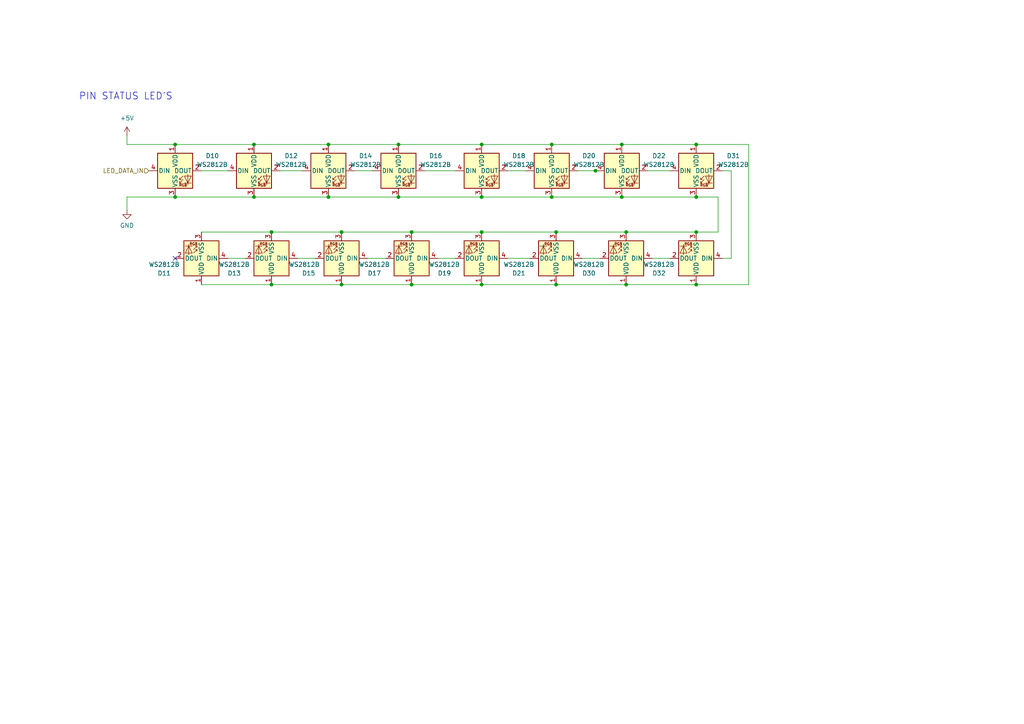
<source format=kicad_sch>
(kicad_sch (version 20211123) (generator eeschema)
  (paper "A4")
  (lib_symbols
    (symbol "LED:WS2812B" (pin_names (offset 0.254))
      (property "Reference" "D" (at 5.08 5.715 0))
      (property "Value" "WS2812B" (at 1.27 -5.715 0))
      (symbol "WS2812B_0_0"
        (text "RGB" (at 2.286 -4.191 0) (effects (font (size 0.762 0.762))))
      )
      (symbol "WS2812B_0_1"
        (polyline (pts (xy 1.27 -3.556) (xy 1.778 -3.556)))
        (polyline (pts (xy 1.27 -2.54) (xy 1.778 -2.54)))
        (polyline (pts (xy 4.699 -3.556) (xy 2.667 -3.556)))
        (polyline (pts (xy 2.286 -2.54) (xy 1.27 -3.556) (xy 1.27 -3.048)))
        (polyline (pts (xy 2.286 -1.524) (xy 1.27 -2.54) (xy 1.27 -2.032)))
        (polyline (pts (xy 3.683 -1.016) (xy 3.683 -3.556) (xy 3.683 -4.064)))
        (polyline (pts (xy 4.699 -1.524) (xy 2.667 -1.524) (xy 3.683 -3.556) (xy 4.699 -1.524)))
        (rectangle (start 5.08 5.08) (end -5.08 -5.08) (stroke (width 0.254)) (fill (type background)))
      )
      (symbol "WS2812B_1_1"
        (pin power_in line (at 0 7.62 270) (length 2.54) (name "VDD") (number "1"))
        (pin output line (at 7.62 0 180) (length 2.54) (name "DOUT") (number "2"))
        (pin power_in line (at 0 -7.62 90) (length 2.54) (name "VSS") (number "3"))
        (pin input line (at -7.62 0 0) (length 2.54) (name "DIN") (number "4"))
      )
    )
    (symbol "power:+5V" (power) (pin_names (offset 0))
      (property "Value" "+5V" (at 0 3.556 0))
      (symbol "+5V_0_1"
        (polyline (pts (xy -0.762 1.27) (xy 0 2.54)))
        (polyline (pts (xy 0 0) (xy 0 2.54)))
        (polyline (pts (xy 0 2.54) (xy 0.762 1.27)))
      )
      (symbol "+5V_1_1"
        (pin power_in line (at 0 0 90) (length 0) hide (name "+5V") (number "1"))
      )
    )
    (symbol "power:GND" (power) (pin_names (offset 0))
      (property "Value" "GND" (at 0 -3.81 0))
      (symbol "GND_0_1"
        (polyline (pts (xy 0 0) (xy 0 -1.27) (xy 1.27 -1.27) (xy 0 -2.54) (xy -1.27 -1.27) (xy 0 -1.27)))
      )
      (symbol "GND_1_1"
        (pin power_in line (at 0 0 270) (length 0) hide (name "GND") (number "1"))
      )
    )
  )
  (junction (at 160.02 57.15))
  (junction (at 139.7 67.31))
  (junction (at 181.61 82.55))
  (junction (at 201.93 67.31))
  (junction (at 201.93 41.91))
  (junction (at 115.57 41.91))
  (junction (at 180.34 41.91))
  (junction (at 139.7 82.55))
  (junction (at 99.06 67.31))
  (junction (at 160.02 41.91))
  (junction (at 78.74 67.31))
  (junction (at 161.29 82.55))
  (junction (at 50.8 57.15))
  (junction (at 78.74 82.55))
  (junction (at 95.25 57.15))
  (junction (at 181.61 67.31))
  (junction (at 99.06 82.55))
  (junction (at 50.8 41.91))
  (junction (at 139.7 41.91))
  (junction (at 161.29 67.31))
  (junction (at 201.93 82.55))
  (junction (at 172.72 49.53))
  (junction (at 119.38 82.55))
  (junction (at 201.93 57.15))
  (junction (at 73.66 57.15))
  (junction (at 139.7 57.15))
  (junction (at 115.57 57.15))
  (junction (at 95.25 41.91))
  (junction (at 73.66 41.91))
  (junction (at 119.38 67.31))
  (junction (at 180.34 57.15))
  (no_connect (at 50.8 74.93))
  (wire (pts (xy 36.83 57.15) (xy 36.83 60.96)))
  (wire (pts (xy 208.28 67.31) (xy 201.93 67.31)))
  (wire (pts (xy 181.61 82.55) (xy 201.93 82.55)))
  (wire (pts (xy 132.08 74.93) (xy 127 74.93)))
  (wire (pts (xy 201.93 57.15) (xy 208.28 57.15)))
  (wire (pts (xy 99.06 67.31) (xy 119.38 67.31)))
  (wire (pts (xy 95.25 41.91) (xy 115.57 41.91)))
  (wire (pts (xy 139.7 67.31) (xy 119.38 67.31)))
  (wire (pts (xy 139.7 57.15) (xy 160.02 57.15)))
  (wire (pts (xy 209.55 74.93) (xy 212.09 74.93)))
  (wire (pts (xy 95.25 57.15) (xy 115.57 57.15)))
  (wire (pts (xy 181.61 67.31) (xy 161.29 67.31)))
  (wire (pts (xy 201.93 67.31) (xy 181.61 67.31)))
  (wire (pts (xy 119.38 82.55) (xy 139.7 82.55)))
  (wire (pts (xy 217.17 41.91) (xy 217.17 82.55)))
  (wire (pts (xy 201.93 41.91) (xy 217.17 41.91)))
  (wire (pts (xy 173.99 74.93) (xy 168.91 74.93)))
  (wire (pts (xy 50.8 57.15) (xy 73.66 57.15)))
  (wire (pts (xy 73.66 41.91) (xy 50.8 41.91)))
  (wire (pts (xy 99.06 82.55) (xy 119.38 82.55)))
  (wire (pts (xy 71.12 74.93) (xy 66.04 74.93)))
  (wire (pts (xy 161.29 82.55) (xy 181.61 82.55)))
  (wire (pts (xy 180.34 57.15) (xy 201.93 57.15)))
  (wire (pts (xy 115.57 57.15) (xy 139.7 57.15)))
  (wire (pts (xy 139.7 41.91) (xy 115.57 41.91)))
  (wire (pts (xy 111.76 74.93) (xy 106.68 74.93)))
  (wire (pts (xy 139.7 82.55) (xy 161.29 82.55)))
  (wire (pts (xy 73.66 57.15) (xy 95.25 57.15)))
  (wire (pts (xy 36.83 57.15) (xy 50.8 57.15)))
  (wire (pts (xy 95.25 41.91) (xy 73.66 41.91)))
  (wire (pts (xy 160.02 57.15) (xy 180.34 57.15)))
  (wire (pts (xy 58.42 49.53) (xy 66.04 49.53)))
  (wire (pts (xy 180.34 41.91) (xy 201.93 41.91)))
  (wire (pts (xy 194.31 74.93) (xy 189.23 74.93)))
  (wire (pts (xy 209.55 49.53) (xy 212.09 49.53)))
  (wire (pts (xy 36.83 39.37) (xy 36.83 41.91)))
  (wire (pts (xy 102.87 49.53) (xy 107.95 49.53)))
  (wire (pts (xy 139.7 67.31) (xy 161.29 67.31)))
  (wire (pts (xy 91.44 74.93) (xy 86.36 74.93)))
  (wire (pts (xy 167.64 49.53) (xy 172.72 49.53)))
  (wire (pts (xy 123.19 49.53) (xy 132.08 49.53)))
  (wire (pts (xy 160.02 41.91) (xy 180.34 41.91)))
  (wire (pts (xy 50.8 41.91) (xy 36.83 41.91)))
  (wire (pts (xy 208.28 57.15) (xy 208.28 67.31)))
  (wire (pts (xy 187.96 49.53) (xy 194.31 49.53)))
  (wire (pts (xy 172.72 49.53) (xy 173.99 49.53)))
  (wire (pts (xy 147.32 74.93) (xy 153.67 74.93)))
  (wire (pts (xy 78.74 67.31) (xy 99.06 67.31)))
  (wire (pts (xy 217.17 82.55) (xy 201.93 82.55)))
  (wire (pts (xy 212.09 74.93) (xy 212.09 49.53)))
  (wire (pts (xy 81.28 49.53) (xy 87.63 49.53)))
  (wire (pts (xy 58.42 67.31) (xy 78.74 67.31)))
  (wire (pts (xy 58.42 82.55) (xy 78.74 82.55)))
  (wire (pts (xy 147.32 49.53) (xy 152.4 49.53)))
  (wire (pts (xy 160.02 41.91) (xy 139.7 41.91)))
  (wire (pts (xy 78.74 82.55) (xy 99.06 82.55)))
  (text "PIN STATUS LED'S" (at 22.86 29.21 0) (effects (font (size 2 2)) (justify left bottom)))
  (hierarchical_label "LED_DATA_IN" (shape input) (at 43.18 49.53 180))
  (symbol (lib_id "LED:WS2812B") (at 73.66 49.53 0) (unit 1)
    (property "Reference" "D12" (at 84.455 45.1993 0))
    (property "Value" "WS2812B" (at 84.455 47.7393 0))
    (property "Footprint" "LED_SMD:LED_WS2812B-2020_PLCC4_2.0x2.0mm" (effects hide))
    (property "Datasheet" "https://cdn-shop.adafruit.com/datasheets/WS2812B.pdf" (effects hide))
  )
  (symbol (lib_id "LED:WS2812B") (at 99.06 74.93 180) (unit 1)
    (property "Reference" "D15" (at 89.535 79.2607 0))
    (property "Value" "WS2812B" (at 88.265 76.7207 0))
    (property "Footprint" "LED_SMD:LED_WS2812B-2020_PLCC4_2.0x2.0mm" (effects hide))
    (property "Datasheet" "https://cdn-shop.adafruit.com/datasheets/WS2812B.pdf" (effects hide))
  )
  (symbol (lib_id "LED:WS2812B") (at 161.29 74.93 180) (unit 1)
    (property "Reference" "D21" (at 150.495 79.2607 0))
    (property "Value" "WS2812B" (at 150.495 76.7207 0))
    (property "Footprint" "LED_SMD:LED_WS2812B-2020_PLCC4_2.0x2.0mm" (effects hide))
    (property "Datasheet" "https://cdn-shop.adafruit.com/datasheets/WS2812B.pdf" (effects hide))
  )
  (symbol (lib_id "LED:WS2812B") (at 95.25 49.53 0) (unit 1)
    (property "Reference" "D14" (at 106.045 45.1993 0))
    (property "Value" "WS2812B" (at 106.045 47.7393 0))
    (property "Footprint" "LED_SMD:LED_WS2812B-2020_PLCC4_2.0x2.0mm" (effects hide))
    (property "Datasheet" "https://cdn-shop.adafruit.com/datasheets/WS2812B.pdf" (effects hide))
  )
  (symbol (lib_id "LED:WS2812B") (at 78.74 74.93 180) (unit 1)
    (property "Reference" "D13" (at 67.945 79.2607 0))
    (property "Value" "WS2812B" (at 67.945 76.7207 0))
    (property "Footprint" "LED_SMD:LED_WS2812B-2020_PLCC4_2.0x2.0mm" (effects hide))
    (property "Datasheet" "https://cdn-shop.adafruit.com/datasheets/WS2812B.pdf" (effects hide))
  )
  (symbol (lib_id "LED:WS2812B") (at 201.93 49.53 0) (unit 1)
    (property "Reference" "D31" (at 212.725 45.1993 0))
    (property "Value" "WS2812B" (at 212.725 47.7393 0))
    (property "Footprint" "LED_SMD:LED_WS2812B-2020_PLCC4_2.0x2.0mm" (effects hide))
    (property "Datasheet" "https://cdn-shop.adafruit.com/datasheets/WS2812B.pdf" (effects hide))
  )
  (symbol (lib_id "power:GND") (at 36.83 60.96 0) (unit 1)
    (property "Reference" "#PWR0193" (effects hide))
    (property "Value" "GND" (at 36.83 65.405 0))
  )
  (symbol (lib_id "LED:WS2812B") (at 139.7 74.93 180) (unit 1)
    (property "Reference" "D19" (at 128.905 79.2607 0))
    (property "Value" "WS2812B" (at 128.905 76.7207 0))
    (property "Footprint" "LED_SMD:LED_WS2812B-2020_PLCC4_2.0x2.0mm" (effects hide))
    (property "Datasheet" "https://cdn-shop.adafruit.com/datasheets/WS2812B.pdf" (effects hide))
  )
  (symbol (lib_id "power:+5V") (at 36.83 39.37 0) (unit 1)
    (property "Reference" "#PWR0198" (effects hide))
    (property "Value" "+5V" (at 36.83 34.29 0))
  )
  (symbol (lib_id "LED:WS2812B") (at 58.42 74.93 180) (unit 1)
    (property "Reference" "D11" (at 47.625 79.2607 0))
    (property "Value" "WS2812B" (at 47.625 76.7207 0))
    (property "Footprint" "LED_SMD:LED_WS2812B-2020_PLCC4_2.0x2.0mm" (effects hide))
    (property "Datasheet" "https://cdn-shop.adafruit.com/datasheets/WS2812B.pdf" (effects hide))
  )
  (symbol (lib_id "LED:WS2812B") (at 115.57 49.53 0) (unit 1)
    (property "Reference" "D16" (at 126.365 45.1993 0))
    (property "Value" "WS2812B" (at 126.365 47.7393 0))
    (property "Footprint" "LED_SMD:LED_WS2812B-2020_PLCC4_2.0x2.0mm" (effects hide))
    (property "Datasheet" "https://cdn-shop.adafruit.com/datasheets/WS2812B.pdf" (effects hide))
  )
  (symbol (lib_id "LED:WS2812B") (at 180.34 49.53 0) (unit 1)
    (property "Reference" "D22" (at 191.135 45.1993 0))
    (property "Value" "WS2812B" (at 191.135 47.7393 0))
    (property "Footprint" "LED_SMD:LED_WS2812B-2020_PLCC4_2.0x2.0mm" (effects hide))
    (property "Datasheet" "https://cdn-shop.adafruit.com/datasheets/WS2812B.pdf" (effects hide))
  )
  (symbol (lib_id "LED:WS2812B") (at 139.7 49.53 0) (unit 1)
    (property "Reference" "D18" (at 150.495 45.1993 0))
    (property "Value" "WS2812B" (at 150.495 47.7393 0))
    (property "Footprint" "LED_SMD:LED_WS2812B-2020_PLCC4_2.0x2.0mm" (effects hide))
    (property "Datasheet" "https://cdn-shop.adafruit.com/datasheets/WS2812B.pdf" (effects hide))
  )
  (symbol (lib_id "LED:WS2812B") (at 160.02 49.53 0) (unit 1)
    (property "Reference" "D20" (at 170.815 45.1993 0))
    (property "Value" "WS2812B" (at 170.815 47.7393 0))
    (property "Footprint" "LED_SMD:LED_WS2812B-2020_PLCC4_2.0x2.0mm" (effects hide))
    (property "Datasheet" "https://cdn-shop.adafruit.com/datasheets/WS2812B.pdf" (effects hide))
  )
  (symbol (lib_id "LED:WS2812B") (at 119.38 74.93 180) (unit 1)
    (property "Reference" "D17" (at 108.585 79.2607 0))
    (property "Value" "WS2812B" (at 108.585 76.7207 0))
    (property "Footprint" "LED_SMD:LED_WS2812B-2020_PLCC4_2.0x2.0mm" (effects hide))
    (property "Datasheet" "https://cdn-shop.adafruit.com/datasheets/WS2812B.pdf" (effects hide))
  )
  (symbol (lib_id "LED:WS2812B") (at 50.8 49.53 0) (unit 1)
    (property "Reference" "D10" (at 61.595 45.1993 0))
    (property "Value" "WS2812B" (at 61.595 47.7393 0))
    (property "Footprint" "LED_SMD:LED_WS2812B-2020_PLCC4_2.0x2.0mm" (effects hide))
    (property "Datasheet" "https://cdn-shop.adafruit.com/datasheets/WS2812B.pdf" (effects hide))
  )
  (symbol (lib_id "LED:WS2812B") (at 201.93 74.93 180) (unit 1)
    (property "Reference" "D32" (at 191.135 79.2607 0))
    (property "Value" "WS2812B" (at 191.135 76.7207 0))
    (property "Footprint" "LED_SMD:LED_WS2812B-2020_PLCC4_2.0x2.0mm" (effects hide))
    (property "Datasheet" "https://cdn-shop.adafruit.com/datasheets/WS2812B.pdf" (effects hide))
  )
  (symbol (lib_id "LED:WS2812B") (at 181.61 74.93 180) (unit 1)
    (property "Reference" "D30" (at 170.815 79.2607 0))
    (property "Value" "WS2812B" (at 170.815 76.7207 0))
    (property "Footprint" "LED_SMD:LED_WS2812B-2020_PLCC4_2.0x2.0mm" (effects hide))
    (property "Datasheet" "https://cdn-shop.adafruit.com/datasheets/WS2812B.pdf" (effects hide))
  )
)
</source>
